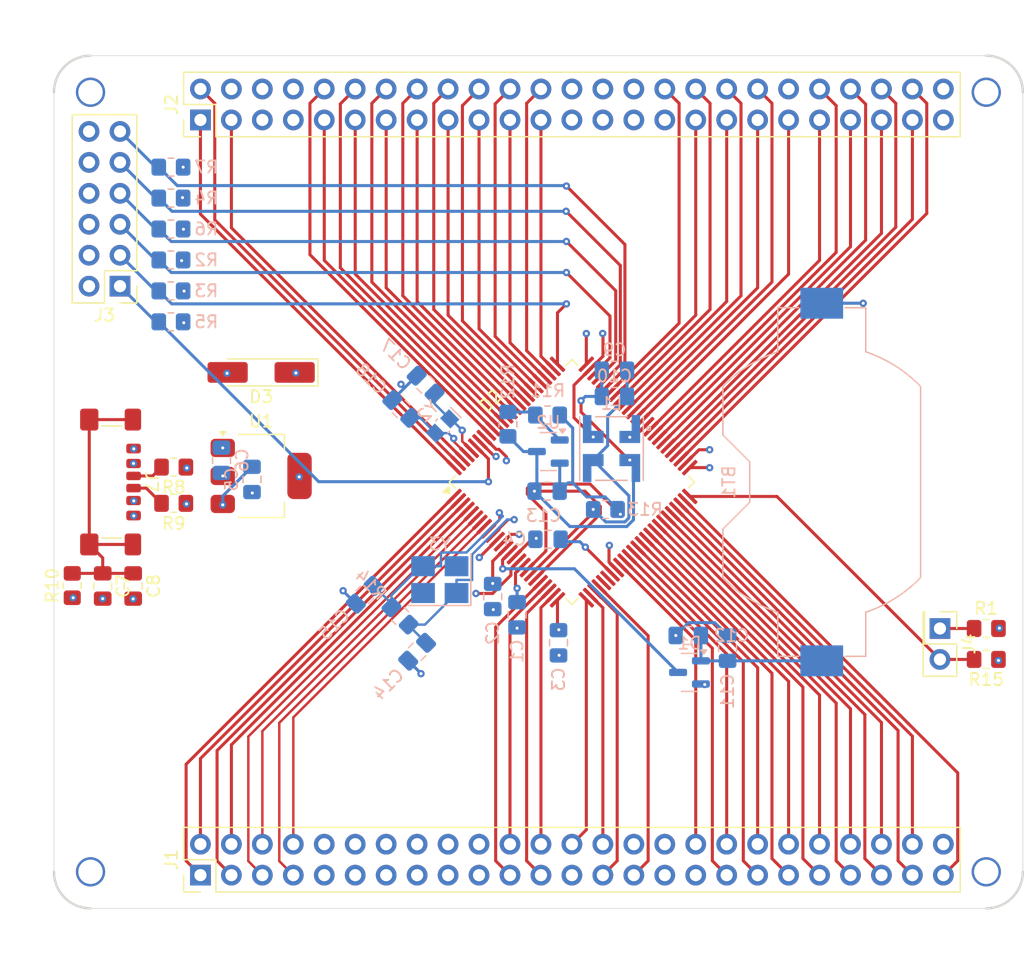
<source format=kicad_pcb>
(kicad_pcb (version 20241229) (generator "pcbnew") (generator_version "9.0")
  (layers (0 "F.Cu" signal) (4 "In1.Cu" signal) (6 "In2.Cu" signal) (2 "B.Cu" signal) (13 "F.Paste" user) (15 "B.Paste" user) (5 "F.SilkS" user "F.Silkscreen") (7 "B.SilkS" user "B.Silkscreen") (1 "F.Mask" user) (3 "B.Mask" user) (25 "Edge.Cuts" user))
  (net 0 "")
  (net 1 "GND")
  (net 2 "V_BAT")
  (net 3 "Net-(D2-VCORE_CAP)")
  (net 4 "Net-(D2-VAON_CAP)")
  (net 5 "Net-(D2-SDADC_CAP)")
  (net 6 "Net-(D2-VBAT_CAP)")
  (net 7 "5V")
  (net 8 "+3V3")
  (net 9 "Net-(J7-SHIELD)")
  (net 10 "GND(A)")
  (net 11 "+3V3(A)")
  (net 12 "AREF")
  (net 13 "/OSC_N")
  (net 14 "/OSC_P")
  (net 15 "/RTC_N")
  (net 16 "/RTC_P")
  (net 17 "Net-(D2-V_BAT)")
  (net 18 "/USB_D-")
  (net 19 "/AT_IN1")
  (net 20 "/PB15")
  (net 21 "/PA0")
  (net 22 "/PC11")
  (net 23 "/PC7")
  (net 24 "/PC4")
  (net 25 "/TMS")
  (net 26 "/PA6")
  (net 27 "/PA12")
  (net 28 "/WAKEUP2")
  (net 29 "/ADC_CH1")
  (net 30 "/PB9")
  (net 31 "/PB4")
  (net 32 "/PA4")
  (net 33 "/TCK")
  (net 34 "/WAKEUP1")
  (net 35 "/AT_IN0")
  (net 36 "/CMP_INN0")
  (net 37 "/PA3")
  (net 38 "/PB12")
  (net 39 "/PC10")
  (net 40 "/TDO")
  (net 41 "/PB3")
  (net 42 "/PB5")
  (net 43 "/ADC_CH0")
  (net 44 "/USB_D+")
  (net 45 "/PA2")
  (net 46 "/PC12")
  (net 47 "/PA13")
  (net 48 "/AT_OUT")
  (net 49 "/RST")
  (net 50 "/PB7")
  (net 51 "/PB8")
  (net 52 "/PA10")
  (net 53 "/PB13")
  (net 54 "/PC14")
  (net 55 "/PA5")
  (net 56 "/PC5")
  (net 57 "/PA15")
  (net 58 "/PA14")
  (net 59 "/ADC_CH2")
  (net 60 "/ADC_CH3")
  (net 61 "/TDI")
  (net 62 "/PC0")
  (net 63 "/PB10")
  (net 64 "/ADC_CH4")
  (net 65 "/PB0")
  (net 66 "/PC9")
  (net 67 "/PB6")
  (net 68 "/PB2")
  (net 69 "/CMP_INP0")
  (net 70 "/PA11")
  (net 71 "/PB14")
  (net 72 "/PA9")
  (net 73 "/AT_IN2")
  (net 74 "/PA1")
  (net 75 "/PC8")
  (net 76 "/ADC_CH5")
  (net 77 "/PC13")
  (net 78 "/ADC_CH7")
  (net 79 "/PC1")
  (net 80 "/CMP_INN1")
  (net 81 "/ADC_CH6")
  (net 82 "/CMP_INP1")
  (net 83 "/PA7")
  (net 84 "/PC2")
  (net 85 "/PB1")
  (net 86 "/WAKEUP0")
  (net 87 "/PA8")
  (net 88 "/TRST")
  (net 89 "/PB11")
  (net 90 "/PC6")
  (net 91 "/PC3")
  (net 92 "/PC15")
  (net 93 "Net-(J7-CC2)")
  (net 95 "Net-(J7-CC1)")
  (net 96 "Net-(J4-Pin_1)")
  (net 97 "Net-(U2-REF)")
  (net 104 "/SERVEN")
  (footprint "Package_QFP:LQFP-100_14x14mm_P0.5mm" (layer "F.Cu") (at 42.5 0 45)
    (property "Reference" "D2")
    (property "Value" "k1921vg015")
  )
  (footprint "Connector_PinHeader_2.54mm:PinHeader_2x06_P2.54mm_Vertical" (layer "F.Cu") (at 5.42 -16.08 180)
    (property "Reference" "J3")
    (property "Value" "Conn_02x06_Odd_Even")
  )
  (footprint "Capacitor_SMD:C_0805_2012Metric_Pad1.18x1.45mm_HandSolder" (layer "F.Cu") (at 4 8.5375 -90)
    (property "Reference" "C7")
    (property "Value" "0.1u")
  )
  (footprint "Resistor_SMD:R_0805_2012Metric_Pad1.20x1.40mm_HandSolder" (layer "F.Cu") (at 9.825 1.75 180)
    (property "Reference" "R9")
    (property "Value" "5.1k")
  )
  (footprint "Resistor_SMD:R_0805_2012Metric_Pad1.20x1.40mm_HandSolder" (layer "F.Cu") (at 76.5 14.565 180)
    (property "Reference" "R15")
    (property "Value" "2k")
  )
  (footprint "Resistor_SMD:R_0805_2012Metric_Pad1.20x1.40mm_HandSolder" (layer "F.Cu") (at 9.825 -1.225 180)
    (property "Reference" "R8")
    (property "Value" "5.1k")
  )
  (footprint "Resistor_SMD:R_0805_2012Metric_Pad1.20x1.40mm_HandSolder" (layer "F.Cu") (at 76.5 12.025)
    (property "Reference" "R1")
    (property "Value" "10k")
  )
  (footprint "Connector_PinHeader_2.54mm:PinHeader_2x25_P2.54mm_Vertical" (layer "F.Cu") (at 12.02 -29.725 90)
    (property "Reference" "J2")
    (property "Value" "Conn_02x25_Odd_Even")
  )
  (footprint "Connector_PinHeader_2.54mm:PinHeader_2x01_P2.54mm_Vertical" (layer "F.Cu") (at 72.7 12.025 -90)
    (property "Reference" "J4")
    (property "Value" "Conn_02x01")
  )
  (footprint "Capacitor_SMD:C_0805_2012Metric_Pad1.18x1.45mm_HandSolder" (layer "F.Cu") (at 6.5 8.5375 -90)
    (property "Reference" "C8")
    (property "Value" "0.001u")
  )
  (footprint "Connector_USB:USB_C_Receptacle_GCT_USB4135-GF-A_6P_TopMnt_Horizontal" (layer "F.Cu") (at 3.5 0 -90)
    (property "Reference" "J7")
    (property "Value" "USB_C_Receptacle_USB2.0_16P")
  )
  (footprint "Diode_SMD:D_MiniMELF_Handsoldering" (layer "F.Cu") (at 17 -9 180)
    (property "Reference" "D3")
    (property "Value" "BZV55C3V6")
  )
  (footprint "Package_TO_SOT_SMD:SOT-223-3_TabPin2" (layer "F.Cu") (at 17 -0.5)
    (property "Reference" "U1")
    (property "Value" "AMS1117-3.3")
  )
  (footprint "Resistor_SMD:R_0805_2012Metric_Pad1.20x1.40mm_HandSolder" (layer "F.Cu") (at 1.5 8.5 90)
    (property "Reference" "R10")
    (property "Value" "1M")
  )
  (footprint "Connector_PinHeader_2.54mm:PinHeader_2x25_P2.54mm_Vertical" (layer "F.Cu") (at 12.02 32.275 90)
    (property "Reference" "J1")
    (property "Value" "Conn_02x25_Odd_Even")
  )
  (footprint "Capacitor_SMD:C_0805_2012Metric_Pad1.18x1.45mm_HandSolder" (layer "B.Cu") (at 40.5375 4.7)
    (property "Reference" "C4")
    (property "Value" "22u")
  )
  (footprint "Capacitor_SMD:C_0805_2012Metric_Pad1.18x1.45mm_HandSolder" (layer "B.Cu") (at 36 9.4 -90)
    (property "Reference" "C2")
    (property "Value" "22u")
  )
  (footprint "Capacitor_SMD:C_0805_2012Metric_Pad1.18x1.45mm_HandSolder" (layer "B.Cu") (at 45.9925 -7.025 180)
    (property "Reference" "C10")
    (property "Value" "10u")
  )
  (footprint "Capacitor_SMD:C_0805_2012Metric_Pad1.18x1.45mm_HandSolder" (layer "B.Cu") (at 29.8 13.9336 -135)
    (property "Reference" "C14")
    (property "Value" "8p")
  )
  (footprint "Capacitor_SMD:C_0805_2012Metric_Pad1.18x1.45mm_HandSolder" (layer "B.Cu") (at 13.75 -1.7875 90)
    (property "Reference" "C6")
    (property "Value" "10u")
  )
  (footprint "Capacitor_SMD:C_0805_2012Metric_Pad1.18x1.45mm_HandSolder" (layer "B.Cu") (at 38 10.9 -90)
    (property "Reference" "C1")
    (property "Value" "22u")
  )
  (footprint "Capacitor_SMD:C_0805_2012Metric_Pad1.18x1.45mm_HandSolder" (layer "B.Cu") (at 41.4 13.2 -90)
    (property "Reference" "C3")
    (property "Value" "22u")
  )
  (footprint "Capacitor_SMD:C_0805_2012Metric_Pad1.18x1.45mm_HandSolder" (layer "B.Cu") (at 30.5 -8 135)
    (property "Reference" "C17")
    (property "Value" "12p")
  )
  (footprint "Resistor_SMD:R_0805_2012Metric_Pad1.20x1.40mm_HandSolder" (layer "B.Cu") (at 9.6 -25.85 180)
    (property "Reference" "R7")
    (property "Value" "10k")
  )
  (footprint "Crystal:Crystal_SMD_MicroCrystal_CM9V-T1A-2Pin_1.6x1.0mm_HandSoldering" (layer "B.Cu") (at 31.891 -4.5986 -135)
    (property "Reference" "Y2")
    (property "Value" "Crystal")
  )
  (footprint "Capacitor_SMD:C_0805_2012Metric_Pad1.18x1.45mm_HandSolder" (layer "B.Cu") (at 28.5 -6 135)
    (property "Reference" "C18")
    (property "Value" "12p")
  )
  (footprint "Resistor_SMD:R_0805_2012Metric_Pad1.20x1.40mm_HandSolder" (layer "B.Cu") (at 9.6 -18.23 180)
    (property "Reference" "R2")
    (property "Value" "10k")
  )
  (footprint "Resistor_SMD:R_0805_2012Metric_Pad1.20x1.40mm_HandSolder" (layer "B.Cu") (at 9.6 -20.77 180)
    (property "Reference" "R6")
    (property "Value" "10k")
  )
  (footprint "Capacitor_SMD:C_0805_2012Metric_Pad1.18x1.45mm_HandSolder" (layer "B.Cu") (at 25.5 9.25 -135)
    (property "Reference" "C15")
    (property "Value" "8p")
  )
  (footprint "Battery:BatteryHolder_Keystone_1058_1x2032" (layer "B.Cu") (at 63 0 90)
    (property "Reference" "BT1")
    (property "Value" "Battery_Cell")
  )
  (footprint "Resistor_SMD:R_0805_2012Metric_Pad1.20x1.40mm_HandSolder" (layer "B.Cu") (at 37.25 -4.75 90)
    (property "Reference" "R12")
    (property "Value" "10k")
  )
  (footprint "Oscillator:Oscillator_SMD_Abracon_ASE-4Pin_3.2x2.5mm_HandSoldering" (layer "B.Cu") (at 31.6587 8.0128 180)
    (property "Reference" "Y3")
    (property "Value" "Crystal")
  )
  (footprint "Resistor_SMD:R_0805_2012Metric_Pad1.20x1.40mm_HandSolder" (layer "B.Cu") (at 9.6 -15.69 180)
    (property "Reference" "R3")
    (property "Value" "10k")
  )
  (footprint "Resistor_SMD:R_0805_2012Metric_Pad1.20x1.40mm_HandSolder" (layer "B.Cu") (at 9.6 -13.15 180)
    (property "Reference" "R5")
    (property "Value" "10k")
  )
  (footprint "Capacitor_SMD:C_0805_2012Metric_Pad1.18x1.45mm_HandSolder" (layer "B.Cu") (at 16.25 -0.2125 -90)
    (property "Reference" "C5")
    (property "Value" "10u")
  )
  (footprint "Inductor_SMD:L_CommonModeChoke_Murata_DLW5BTMxxxSQ2x_5x5mm" (layer "B.Cu") (at 45.75 -2.75 180)
    (property "Reference" "L1")
    (property "Value" "L_Coupled_1342")
  )
  (footprint "Resistor_SMD:R_0805_2012Metric_Pad1.20x1.40mm_HandSolder" (layer "B.Cu") (at 45.25 2.25 180)
    (property "Reference" "R13")
    (property "Value" "270")
  )
  (footprint "Package_TO_SOT_SMD:SOT-23" (layer "B.Cu") (at 40.5625 -2.5 180)
    (property "Reference" "U2")
    (property "Value" "TL432DBZ")
  )
  (footprint "Resistor_SMD:R_0805_2012Metric_Pad1.20x1.40mm_HandSolder" (layer "B.Cu") (at 40.5 -5.5)
    (property "Reference" "R11")
    (property "Value" "2k")
  )
  (footprint "Capacitor_SMD:C_0805_2012Metric_Pad1.18x1.45mm_HandSolder" (layer "B.Cu") (at 55.275 13.6425 90)
    (property "Reference" "C11")
    (property "Value" "0.1u")
  )
  (footprint "Capacitor_SMD:C_0805_2012Metric_Pad1.18x1.45mm_HandSolder" (layer "B.Cu") (at 45.9925 -9.175 180)
    (property "Reference" "C9")
    (property "Value" "0.1u")
  )
  (footprint "Capacitor_SMD:C_0805_2012Metric_Pad1.18x1.45mm_HandSolder" (layer "B.Cu") (at 40.4625 0.75 180)
    (property "Reference" "C13")
    (property "Value" "22u")
  )
  (footprint "Package_TO_SOT_SMD:SOT-23" (layer "B.Cu") (at 52.15 15.63 180)
    (property "Reference" "D1")
    (property "Value" "BAT54C")
  )
  (footprint "Resistor_SMD:R_0805_2012Metric_Pad1.20x1.40mm_HandSolder" (layer "B.Cu") (at 28.4 11 -45)
    (property "Reference" "R14")
    (property "Value" "1M")
  )
  (footprint "Capacitor_SMD:C_0805_2012Metric_Pad1.18x1.45mm_HandSolder" (layer "B.Cu") (at 52.05 12.6 180)
    (property "Reference" "C12")
    (property "Value" "10u")
  )
  (footprint "Resistor_SMD:R_0805_2012Metric_Pad1.20x1.40mm_HandSolder" (layer "B.Cu") (at 9.6 -23.31 180)
    (property "Reference" "R4")
    (property "Value" "10k")
  )
  (gr_line (start 3 35) (end 76.5 35) (stroke (width 0.05)) (layer "Edge.Cuts"))
  (gr_line (start 3 -35) (end 76.499999 -34.999998) (stroke (width 0.05)) (layer "Edge.Cuts"))
  (gr_arc (start 79.5 32) (mid 78.621321 34.121321) (end 76.5 35) (stroke (width 0.2)) (layer "Edge.Cuts"))
  (gr_arc (start 3 35) (mid 0.878679 34.121321) (end 0 32) (stroke (width 0.2)) (layer "Edge.Cuts"))
  (gr_arc (start 76.499999 -34.999999) (mid 78.62132 -34.12132) (end 79.499999 -31.999999) (stroke (width 0.2)) (layer "Edge.Cuts"))
  (gr_line (start 0.000001 -32) (end 0 32) (stroke (width 0.05)) (layer "Edge.Cuts"))
  (gr_arc (start 0 -32) (mid 0.878679 -34.121321) (end 3 -35) (stroke (width 0.2)) (layer "Edge.Cuts"))
  (gr_line (start 79.5 -32) (end 79.5 32) (stroke (width 0.05)) (layer "Edge.Cuts"))
  (segment (start 36.365849 4.734151) (end 34.9 6.2) (width 0.25) (layer "F.Cu") (net 1))
  (segment (start 6.5325 2.75) (end 6.5325 2.7575) (width 0.25) (layer "F.Cu") (net 1))
  (segment (start 44.037957 -9.316132) (end 42.669 -7.947175) (width 0.25) (layer "F.Cu") (net 1))
  (segment (start 45.05 -11.6) (end 45.05 -12.175) (width 0.25) (layer "F.Cu") (net 1))
  (segment (start 44.037957 -9.316132) (end 45.05 -10.328175) (width 0.25) (layer "F.Cu") (net 1))
  (segment (start 10.825 -1.225) (end 10.9 -1.15) (width 0.25) (layer "F.Cu") (net 1))
  (segment (start 6.5325 2.7575) (end 6.55 2.775) (width 0.25) (layer "F.Cu") (net 1))
  (segment (start 45.05 -10.328175) (end 45.05 -11.6) (width 0.25) (layer "F.Cu") (net 1))
  (segment (start 6.5325 -2.7425) (end 6.55 -2.725) (width 0.25) (layer "F.Cu") (net 1))
  (segment (start 51.816132 -1.537957) (end 52.928175 -2.65) (width 0.25) (layer "F.Cu") (net 1))
  (segment (start 34.951635 -3.305724) (end 36.157359 -2.1) (width 0.25) (layer "F.Cu") (net 1))
  (segment (start 42.669 -7.947175) (end 42.669 -5.281) (width 0.25) (layer "F.Cu") (net 1))
  (segment (start 6.5325 -2.75) (end 6.5325 -2.7425) (width 0.25) (layer "F.Cu") (net 1))
  (segment (start 14.25 -9) (end 14.25 -8.975) (width 0.25) (layer "F.Cu") (net 1))
  (segment (start 36.157359 -2.1) (end 36.275 -2.1) (width 0.25) (layer "F.Cu") (net 1))
  (segment (start 14.25 -8.975) (end 14.2 -8.925) (width 0.25) (layer "F.Cu") (net 1))
  (segment (start 52.928175 -2.65) (end 53.8 -2.65) (width 0.25) (layer "F.Cu") (net 1))
  (segment (start 43.603679 5.346321) (end 45.805724 7.548365) (width 0.25) (layer "F.Cu") (net 1))
  (segment (start 77.5 14.565) (end 77.5 14.65) (width 0.25) (layer "F.Cu") (net 1))
  (segment (start 36.365849 4.719938) (end 36.365849 4.734151) (width 0.25) (layer "F.Cu") (net 1))
  (segment (start 45.05 -11.6) (end 45.05 -11.675) (width 0.25) (layer "F.Cu") (net 1))
  (segment (start 10.825 1.75) (end 10.875 1.8) (width 0.25) (layer "F.Cu") (net 1))
  (segment (start 45.05 -12.175) (end 45.025 -12.2) (width 0.25) (layer "F.Cu") (net 1))
  (segment (start 42.669 -5.281) (end 44.25 -3.7) (width 0.25) (layer "F.Cu") (net 1))
  (via (at 34.9 6.2) (size 0.6) (drill 0.25) (layers "F.Cu" "B.Cu") (net 1))
  (via (at 14.2 -8.925) (size 0.6) (drill 0.25) (layers "F.Cu" "B.Cu") (net 1))
  (via (at 76.5 -32) (size 2.4) (drill 2) (layers "F.Cu" "B.Cu") (net 1))
  (via (at 77.5 14.65) (size 0.6) (drill 0.25) (layers "F.Cu" "B.Cu") (net 1))
  (via (at 10.875 1.8) (size 0.6) (drill 0.25) (layers "F.Cu" "B.Cu") (net 1))
  (via (at 6.55 2.775) (size 0.6) (drill 0.25) (layers "F.Cu" "B.Cu") (net 1))
  (via (at 43.603679 5.346321) (size 0.6) (drill 0.25) (layers "F.Cu" "B.Cu") (net 1))
  (via (at 28.475 -8.025) (size 0.6) (drill 0.25) (layers "F.Cu" "B.Cu") (net 1))
  (via (at 23.725 8.925) (size 0.6) (drill 0.25) (layers "F.Cu" "B.Cu") (net 1))
  (via (at 6.5 9.6) (size 0.6) (drill 0.25) (layers "F.Cu" "B.Cu") (net 1))
  (via (at 36.275 -2.1) (size 0.6) (drill 0.25) (layers "F.Cu" "B.Cu") (net 1))
  (via (at 4 9.575) (size 0.6) (drill 0.25) (layers "F.Cu" "B.Cu") (net 1))
  (via (at 10.675 -15.675) (size 0.6) (drill 0.25) (layers "F.Cu" "B.Cu") (net 1))
  (via (at 10.9 -1.15) (size 0.6) (drill 0.25) (layers "F.Cu" "B.Cu") (net 1))
  (via (at 6.55 -2.725) (size 0.6) (drill 0.25) (layers "F.Cu" "B.Cu") (net 1))
  (via (at 30.116377 15.733623) (size 0.6) (drill 0.25) (layers "F.Cu" "B.Cu") (net 1))
  (via (at 41.45 14.225) (size 0.6) (drill 0.25) (layers "F.Cu" "B.Cu") (net 1))
  (via (at 3 32) (size 2.4) (drill 2) (layers "F.Cu" "B.Cu") (net 1))
  (via (at 45.025 -12.2) (size 0.6) (drill 0.25) (layers "F.Cu" "B.Cu") (net 1))
  (via (at 44.25 -3.7) (size 0.6) (drill 0.25) (layers "F.Cu" "B.Cu") (net 1))
  (via (at 36.05 10.475) (size 0.6) (drill 0.25) (layers "F.Cu" "B.Cu") (net 1))
  (via (at 10.475 -18.175) (size 0.6) (drill 0.25) (layers "F.Cu" "B.Cu") (net 1))
  (via (at 1.575 9.5) (size 0.6) (drill 0.25) (layers "F.Cu" "B.Cu") (net 1))
  (via (at 51.025 12.6) (size 0.6) (drill 0.25) (layers "F.Cu" "B.Cu") (net 1))
  (via (at 3 -32) (size 2.4) (drill 2) (layers "F.Cu" "B.Cu") (net 1))
  (via (at 66.4 -14.675) (size 0.6) (drill 0.25) (layers "F.Cu" "B.Cu") (net 1))
  (via (at 16.275 0.9) (size 0.6) (drill 0.25) (layers "F.Cu" "B.Cu") (net 1))
  (via (at 76.5 32) (size 2.4) (drill 2) (layers "F.Cu" "B.Cu") (net 1))
  (via (at 13.85 -2.8) (size 0.6) (drill 0.25) (layers "F.Cu" "B.Cu") (net 1))
  (via (at 53.8 -2.65) (size 0.6) (drill 0.25) (layers "F.Cu" "B.Cu") (net 1))
  (via (at 38 12) (size 0.6) (drill 0.25) (layers "F.Cu" "B.Cu") (net 1))
  (segment (start 41.4375 14.2375) (end 41.45 14.225) (width 0.25) (layer "B.Cu") (net 1))
  (segment (start 36.0125 10.4375) (end 36.05 10.475) (width 0.25) (layer "B.Cu") (net 1))
  (segment (start 6.5 9.575) (end 6.5 9.6) (width 0.25) (layer "B.Cu") (net 1))
  (segment (start 38 12) (end 38.05 12.05) (width 0.25) (layer "B.Cu") (net 1))
  (segment (start 43.157358 4.9) (end 41.65 4.9) (width 0.25) (layer "B.Cu") (net 1))
  (segment (start 10.6 -18.23) (end 10.53 -18.23) (width 0.25) (layer "B.Cu") (net 1))
  (segment (start 4 9.55) (end 4 9.575) (width 0.25) (layer "B.Cu") (net 1))
  (segment (start 51.0125 12.6) (end 51.025 12.6) (width 0.25) (layer "B.Cu") (net 1))
  (segment (start 41.55 4.8) (end 41.575 4.775) (width 0.25) (layer "B.Cu") (net 1))
  (segment (start 36 10.4375) (end 36.0125 10.4375) (width 0.25) (layer "B.Cu") (net 1))
  (segment (start 29.075 14.675) (end 30.116377 15.716377) (width 0.25) (layer "B.Cu") (net 1))
  (segment (start 43.603679 5.346321) (end 43.157358 4.9) (width 0.25) (layer "B.Cu") (net 1))
  (segment (start 63 -14.68) (end 66.395 -14.68) (width 0.25) (layer "B.Cu") (net 1))
  (segment (start 54.219 11.549) (end 52.076 11.549) (width 0.25) (layer "B.Cu") (net 1))
  (segment (start 41.65 4.9) (end 41.55 4.8) (width 0.25) (layer "B.Cu") (net 1))
  (segment (start 55.275 12.605) (end 54.219 11.549) (width 0.25) (layer "B.Cu") (net 1))
  (segment (start 13.825 -2.825) (end 13.85 -2.8) (width 0.25) (layer "B.Cu") (net 1))
  (segment (start 28.741377 -7.708623) (end 29.766377 -8.733623) (width 0.25) (layer "B.Cu") (net 1))
  (segment (start 1.5 9.5) (end 1.575 9.5) (width 0.25) (layer "B.Cu") (net 1))
  (segment (start 38 11.9375) (end 38 12) (width 0.25) (layer "B.Cu") (net 1))
  (segment (start 28.475 -7.975) (end 28.475 -8.025) (width 0.25) (layer "B.Cu") (net 1))
  (segment (start 28.741377 -7.708623) (end 28.475 -7.975) (width 0.25) (layer "B.Cu") (net 1))
  (segment (start 41.575 4.775) (end 41.575 4.7) (width 0.25) (layer "B.Cu") (net 1))
  (segment (start 10.66 -15.69) (end 10.675 -15.675) (width 0.25) (layer "B.Cu") (net 1))
  (segment (start 16.25 0.875) (end 16.275 0.9) (width 0.25) (layer "B.Cu") (net 1))
  (segment (start 6.5 9.6) (end 6.6 9.7) (width 0.25) (layer "B.Cu") (net 1))
  (segment (start 10.6 -15.69) (end 10.66 -15.69) (width 0.25) (layer "B.Cu") (net 1))
  (segment (start 13.75 -2.825) (end 13.825 -2.825) (width 0.25) (layer "B.Cu") (net 1))
  (segment (start 52.076 11.549) (end 51.025 12.6) (width 0.25) (layer "B.Cu") (net 1))
  (segment (start 41.4 14.2375) (end 41.4375 14.2375) (width 0.25) (layer "B.Cu") (net 1))
  (segment (start 1.6 9.525) (end 1.575 9.5) (width 0.25) (layer "B.Cu") (net 1))
  (segment (start 10.53 -18.23) (end 10.475 -18.175) (width 0.25) (layer "B.Cu") (net 1))
  (segment (start 23.725 8.942246) (end 23.725 8.925) (width 0.25) (layer "B.Cu") (net 1))
  (segment (start 24.766377 9.983623) (end 23.725 8.942246) (width 0.25) (layer "B.Cu") (net 1))
  (segment (start 16.25 0.825) (end 16.25 0.875) (width 0.25) (layer "B.Cu") (net 1))
  (segment (start 27.766377 -6.733623) (end 28.741377 -7.708623) (width 0.25) (layer "B.Cu") (net 1))
  (segment (start 66.395 -14.68) (end 66.4 -14.675) (width 0.25) (layer "B.Cu") (net 1))
  (segment (start 53.0875 14.68) (end 53.0875 12.6) (width 0.25) (layer "B.Cu") (net 2))
  (segment (start 63 14.68) (end 55.275 14.68) (width 0.25) (layer "B.Cu") (net 2))
  (segment (start 55.275 14.68) (end 53.0875 14.68) (width 0.25) (layer "B.Cu") (net 2))
  (segment (start 37.872567 8.597567) (end 37.872567 7.45586) (width 0.25) (layer "F.Cu") (net 3))
  (segment (start 37.872567 7.45586) (end 38.487169 6.841258) (width 0.25) (layer "F.Cu") (net 3))
  (segment (start 38 8.725) (end 37.872567 8.597567) (width 0.25) (layer "F.Cu") (net 3))
  (via (at 38 8.725) (size 0.6) (drill 0.25) (layers "F.Cu" "B.Cu") (net 3))
  (segment (start 38 9.8625) (end 38 8.725) (width 0.25) (layer "B.Cu") (net 3))
  (segment (start 36 6.5) (end 37.072955 5.427045) (width 0.25) (layer "F.Cu") (net 4))
  (segment (start 36 8.325) (end 36 6.5) (width 0.25) (layer "F.Cu") (net 4))
  (via (at 36 8.325) (size 0.6) (drill 0.25) (layers "F.Cu" "B.Cu") (net 4))
  (segment (start 36 8.3625) (end 36 8.325) (width 0.25) (layer "B.Cu") (net 4))
  (segment (start 41.315596 12.015596) (end 41.315596 9.669685) (width 0.25) (layer "F.Cu") (net 5))
  (segment (start 41.425 12.125) (end 41.315596 12.015596) (width 0.25) (layer "F.Cu") (net 5))
  (via (at 41.425 12.125) (size 0.6) (drill 0.25) (layers "F.Cu" "B.Cu") (net 5))
  (segment (start 41.4 12.1625) (end 41.4 12.15) (width 0.25) (layer "B.Cu") (net 5))
  (segment (start 41.4 12.15) (end 41.425 12.125) (width 0.25) (layer "B.Cu") (net 5))
  (segment (start 39.289213 4.625) (end 37.780062 6.134151) (width 0.25) (layer "F.Cu") (net 6))
  (segment (start 39.575 4.625) (end 39.289213 4.625) (width 0.25) (layer "F.Cu") (net 6))
  (via (at 39.575 4.625) (size 0.6) (drill 0.25) (layers "F.Cu" "B.Cu") (net 6))
  (segment (start 39.5 4.7) (end 39.575 4.625) (width 0.25) (layer "B.Cu") (net 6))
  (segment (start 13.85 1.8) (end 13.85 1.875) (width 0.25) (layer "F.Cu") (net 7))
  (segment (start 6.5325 1.5325) (end 6.55 1.55) (width 0.25) (layer "F.Cu") (net 7))
  (segment (start 6.53 -1.52) (end 6.525 -1.525) (width 0.25) (layer "F.Cu") (net 7))
  (segment (start 6.5325 1.52) (end 6.5325 1.5325) (width 0.25) (layer "F.Cu") (net 7))
  (segment (start 6.5325 -1.52) (end 6.53 -1.52) (width 0.25) (layer "F.Cu") (net 7))
  (via (at 6.55 1.55) (size 0.6) (drill 0.25) (layers "F.Cu" "B.Cu") (net 7))
  (via (at 6.525 -1.525) (size 0.6) (drill 0.25) (layers "F.Cu" "B.Cu") (net 7))
  (via (at 13.85 1.875) (size 0.6) (drill 0.25) (layers "F.Cu" "B.Cu") (net 7))
  (segment (start 16.25 -1.25) (end 16.275 -1.25) (width 0.25) (layer "B.Cu") (net 7))
  (segment (start 16.25 -1.25) (end 13.85 1.15) (width 0.25) (layer "B.Cu") (net 7))
  (segment (start 13.85 1.15) (end 13.85 1.875) (width 0.25) (layer "B.Cu") (net 7))
  (segment (start 52.169685 -1.184404) (end 53.790596 -1.184404) (width 0.25) (layer "F.Cu") (net 8))
  (segment (start 37.494567 7.652092) (end 35.996659 9.15) (width 0.25) (layer "F.Cu") (net 8))
  (segment (start 19.8 -9) (end 19.85 -8.95) (width 0.25) (layer "F.Cu") (net 8))
  (segment (start 46.159278 7.194811) (end 45.544676 6.580209) (width 0.25) (layer "F.Cu") (net 8))
  (segment (start 48.634151 -4.719938) (end 47.589213 -3.675) (width 0.25) (layer "F.Cu") (net 8))
  (segment (start 47.589213 -3.675) (end 47.25 -3.675) (width 0.25) (layer "F.Cu") (net 8))
  (segment (start 77.55 12.025) (end 77.575 12) (width 0.25) (layer "F.Cu") (net 8))
  (segment (start 37.125 -2.071659) (end 37.125 -1.75) (width 0.25) (layer "F.Cu") (net 8))
  (segment (start 37.494567 7.126754) (end 37.494567 7.652092) (width 0.25) (layer "F.Cu") (net 8))
  (segment (start 20.15 -0.45) (end 20.125 -0.425) (width 0.25) (layer "F.Cu") (net 8))
  (segment (start 37.492893 4.3) (end 38.175 4.3) (width 0.25) (layer "F.Cu") (net 8))
  (segment (start 19.75 -9) (end 19.8 -9) (width 0.25) (layer "F.Cu") (net 8))
  (segment (start 36.515659 -2.681) (end 37.125 -2.071659) (width 0.25) (layer "F.Cu") (net 8))
  (segment (start 36.719402 5.073491) (end 37.492893 4.3) (width 0.25) (layer "F.Cu") (net 8))
  (segment (start 38.133616 6.487705) (end 37.494567 7.126754) (width 0.25) (layer "F.Cu") (net 8))
  (segment (start 35.305189 -3.659278) (end 36.283467 -2.681) (width 0.25) (layer "F.Cu") (net 8))
  (segment (start 20.15 -0.5) (end 20.15 -0.45) (width 0.25) (layer "F.Cu") (net 8))
  (segment (start 36.283467 -2.681) (end 36.515659 -2.681) (width 0.25) (layer "F.Cu") (net 8))
  (segment (start 45.544676 5.230324) (end 45.575 5.2) (width 0.25) (layer "F.Cu") (net 8))
  (segment (start 43.675 -12.2) (end 43.684404 -12.190596) (width 0.25) (layer "F.Cu") (net 8))
  (segment (start 45.544676 6.580209) (end 45.544676 5.230324) (width 0.25) (layer "F.Cu") (net 8))
  (segment (start 35.996659 9.15) (end 34.625 9.15) (width 0.25) (layer "F.Cu") (net 8))
  (segment (start 43.684404 -9.669685) (end 43.684404 -12.190596) (width 0.25) (layer "F.Cu") (net 8))
  (segment (start 77.5 12.025) (end 77.55 12.025) (width 0.25) (layer "F.Cu") (net 8))
  (segment (start 53.790596 -1.184404) (end 53.8 -1.175) (width 0.25) (layer "F.Cu") (net 8))
  (via (at 10.6 -25.85) (size 0.6) (drill 0.25) (layers "F.Cu" "B.Cu") (net 8))
  (via (at 53.4 16.625) (size 0.6) (drill 0.25) (layers "F.Cu" "B.Cu") (net 8))
  (via (at 13.85 -0.5) (size 0.6) (drill 0.25) (layers "F.Cu" "B.Cu") (net 8))
  (via (at 10.55 -23.35) (size 0.6) (drill 0.25) (layers "F.Cu" "B.Cu") (net 8))
  (via (at 19.85 -8.95) (size 0.6) (drill 0.25) (layers "F.Cu" "B.Cu") (net 8))
  (via (at 53.8 -1.175) (size 0.6) (drill 0.25) (layers "F.Cu" "B.Cu") (net 8))
  (via (at 10.625 -20.75) (size 0.6) (drill 0.25) (layers "F.Cu" "B.Cu") (net 8))
  (via (at 43.684404 -12.190596) (size 0.6) (drill 0.25) (layers "F.Cu" "B.Cu") (net 8))
  (via (at 45.575 5.2) (size 0.6) (drill 0.25) (layers "F.Cu" "B.Cu") (net 8))
  (via (at 20.125 -0.425) (size 0.6) (drill 0.25) (layers "F.Cu" "B.Cu") (net 8))
  (via (at 10.65 -13.075) (size 0.6) (drill 0.25) (layers "F.Cu" "B.Cu") (net 8))
  (via (at 34.625 9.15) (size 0.6) (drill 0.25) (layers "F.Cu" "B.Cu") (net 8))
  (via (at 47.25 -3.675) (size 0.6) (drill 0.25) (layers "F.Cu" "B.Cu") (net 8))
  (via (at 37.125 -1.75) (size 0.6) (drill 0.25) (layers "F.Cu" "B.Cu") (net 8))
  (via (at 77.575 12) (size 0.6) (drill 0.25) (layers "F.Cu" "B.Cu") (net 8))
  (via (at 38.175 4.3) (size 0.6) (drill 0.25) (layers "F.Cu" "B.Cu") (net 8))
  (segment (start 10.59 -23.31) (end 10.55 -23.35) (width 0.25) (layer "B.Cu") (net 8))
  (segment (start 10.6 -25.85) (end 10.725 -25.85) (width 0.25) (layer "B.Cu") (net 8))
  (segment (start 53.355 16.58) (end 53.4 16.625) (width 0.25) (layer "B.Cu") (net 8))
  (segment (start 10.6 -20.77) (end 10.605 -20.77) (width 0.25) (layer "B.Cu") (net 8))
  (segment (start 10.6 -13.15) (end 10.6 -13.125) (width 0.25) (layer "B.Cu") (net 8))
  (segment (start 10.6 -13.125) (end 10.65 -13.075) (width 0.25) (layer "B.Cu") (net 8))
  (segment (start 47.25 -3.7) (end 47.25 -3.675) (width 0.25) (layer "B.Cu") (net 8))
  (segment (start 10.6 -23.31) (end 10.59 -23.31) (width 0.25) (layer "B.Cu") (net 8))
  (segment (start 53.0875 16.58) (end 53.355 16.58) (width 0.25) (layer "B.Cu") (net 8))
  (segment (start 10.605 -20.77) (end 10.625 -20.75) (width 0.25) (layer "B.Cu") (net 8))
  (segment (start 4 7.5) (end 4 6.2275) (width 0.25) (layer "F.Cu") (net 9))
  (segment (start 6.5 7.5) (end 4 7.5) (width 0.25) (layer "F.Cu") (net 9))
  (segment (start 6.4775 -5.125) (end 2.8975 -5.125) (width 0.25) (layer "F.Cu") (net 9))
  (segment (start 4 6.2275) (end 2.8975 5.125) (width 0.25) (layer "F.Cu") (net 9))
  (segment (start 1.5 7.5) (end 4 7.5) (width 0.25) (layer "F.Cu") (net 9))
  (segment (start 2.8975 5.125) (end 6.4775 5.125) (width 0.25) (layer "F.Cu") (net 9))
  (segment (start 2.8975 -5.125) (end 2.8975 5.125) (width 0.25) (layer "F.Cu") (net 9))
  (segment (start 44.831 2.009341) (end 44.831 2.618747) (width 0.25) (layer "F.Cu") (net 10))
  (segment (start 47.25 -1.75) (end 47.25 -1.8) (width 0.25) (layer "F.Cu") (net 10))
  (segment (start 39.425 0.75) (end 43.571659 0.75) (width 0.25) (layer "F.Cu") (net 10))
  (segment (start 43.25 -6.675) (end 43.25 -5.75) (width 0.25) (layer "F.Cu") (net 10))
  (segment (start 44.831 2.618747) (end 39.547829 7.901918) (width 0.25) (layer "F.Cu") (net 10))
  (segment (start 43.25 -5.75) (end 47.25 -1.75) (width 0.25) (layer "F.Cu") (net 10))
  (segment (start 43.571659 0.75) (end 44.831 2.009341) (width 0.25) (layer "F.Cu") (net 10))
  (via (at 43.25 -6.675) (size 0.6) (drill 0.25) (layers "F.Cu" "B.Cu") (net 10))
  (via (at 47.25 -1.8) (size 0.6) (drill 0.25) (layers "F.Cu" "B.Cu") (net 10))
  (via (at 39.425 0.75) (size 0.6) (drill 0.25) (layers "F.Cu" "B.Cu") (net 10))
  (segment (start 47.554 -1.496) (end 47.554 3.102087) (width 0.25) (layer "B.Cu") (net 10))
  (segment (start 37.275 -3.75) (end 38.525 -2.5) (width 0.25) (layer "B.Cu") (net 10))
  (segment (start 44.955 -7.025) (end 43.6 -7.025) (width 0.25) (layer "B.Cu") (net 10))
  (segment (start 39.625 -2.5) (end 39.625 0.55) (width 0.25) (layer "B.Cu") (net 10))
  (segment (start 44.955 -9.175) (end 44.955 -7.025) (width 0.25) (layer "B.Cu") (net 10))
  (segment (start 43.6 -7.025) (end 43.25 -6.675) (width 0.25) (layer "B.Cu") (net 10))
  (segment (start 38.525 -2.5) (end 39.625 -2.5) (width 0.25) (layer "B.Cu") (net 10))
  (segment (start 47.554 3.102087) (end 47.002086 3.654) (width 0.25) (layer "B.Cu") (net 10))
  (segment (start 37.25 -3.75) (end 37.275 -3.75) (width 0.25) (layer "B.Cu") (net 10))
  (segment (start 47.002086 3.654) (end 42.329 3.654) (width 0.25) (layer "B.Cu") (net 10))
  (segment (start 47.25 -1.8) (end 47.554 -1.496) (width 0.25) (layer "B.Cu") (net 10))
  (segment (start 42.329 3.654) (end 39.425 0.75) (width 0.25) (layer "B.Cu") (net 10))
  (segment (start 39.625 0.55) (end 39.425 0.75) (width 0.25) (layer "B.Cu") (net 10))
  (segment (start 44.25 2.25) (end 44.25 2.492641) (width 0.25) (layer "F.Cu") (net 11))
  (segment (start 44.25 2.492641) (end 39.194276 7.548365) (width 0.25) (layer "F.Cu") (net 11))
  (via (at 44.25 2.25) (size 0.6) (drill 0.25) (layers "F.Cu" "B.Cu") (net 11))
  (segment (start 46.845514 3.276) (end 47.176 2.945514) (width 0.25) (layer "B.Cu") (net 11))
  (segment (start 47.03 -7.025) (end 45.431 -5.426) (width 0.25) (layer "B.Cu") (net 11))
  (segment (start 44.25 2.25) (end 45.276 3.276) (width 0.25) (layer "B.Cu") (net 11))
  (segment (start 47.03 -7.025) (end 47.03 -9.175) (width 0.25) (layer "B.Cu") (net 11))
  (segment (start 45.276 3.276) (end 46.845514 3.276) (width 0.25) (layer "B.Cu") (net 11))
  (segment (start 45.431 -5.426) (end 45.431 -2.981) (width 0.25) (layer "B.Cu") (net 11))
  (segment (start 45.431 -2.981) (end 44.25 -1.8) (width 0.25) (layer "B.Cu") (net 11))
  (segment (start 47.176 2.945514) (end 47.176 1.126) (width 0.25) (layer "B.Cu") (net 11))
  (segment (start 47.176 1.126) (end 44.25 -1.8) (width 0.25) (layer "B.Cu") (net 11))
  (segment (start 38.844 0.509341) (end 38.844 0.990659) (width 0.25) (layer "F.Cu") (net 12))
  (segment (start 38.844 0.990659) (end 40.368205 2.514864) (width 0.25) (layer "F.Cu") (net 12))
  (segment (start 40.368205 5.667328) (end 38.840722 7.194811) (width 0.25) (layer "F.Cu") (net 12))
  (segment (start 40.368205 2.514864) (end 40.368205 5.667328) (width 0.25) (layer "F.Cu") (net 12))
  (segment (start 43.994 0.169) (end 39.184341 0.169) (width 0.25) (layer "F.Cu") (net 12))
  (segment (start 39.184341 0.169) (end 38.844 0.509341) (width 0.25) (layer "F.Cu") (net 12))
  (segment (start 46.475 2.65) (end 43.994 0.169) (width 0.25) (layer "F.Cu") (net 12))
  (via (at 46.475 2.65) (size 0.6) (drill 0.25) (layers "F.Cu" "B.Cu") (net 12))
  (segment (start 42.5635 0.0635) (end 43.724 1.224) (width 0.25) (layer "B.Cu") (net 12))
  (segment (start 42.5635 -4.4365) (end 42.5635 0.0635) (width 0.25) (layer "B.Cu") (net 12))
  (segment (start 45.224 1.224) (end 46.25 2.25) (width 0.25) (layer "B.Cu") (net 12))
  (segment (start 46.25 2.25) (end 46.25 2.425) (width 0.25) (layer "B.Cu") (net 12))
  (segment (start 43.724 1.224) (end 45.224 1.224) (width 0.25) (layer "B.Cu") (net 12))
  (segment (start 46.25 2.425) (end 46.475 2.65) (width 0.25) (layer "B.Cu") (net 12))
  (segment (start 41.5 0.75) (end 41.5 -1.55) (width 0.25) (layer "B.Cu") (net 12))
  (segment (start 41.5 -5.5) (end 42.5635 -4.4365) (width 0.25) (layer "B.Cu") (net 12))
  (segment (start 42.1865 0.0635) (end 42.5635 0.0635) (width 0.25) (layer "B.Cu") (net 12))
  (segment (start 41.5 0.75) (end 42.1865 0.0635) (width 0.25) (layer "B.Cu") (net 12))
  (segment (start 37.288979 3.0897) (end 36.012295 4.366384) (width 0.2) (layer "F.Cu") (net 13))
  (segment (start 37.7603 3.0897) (end 37.288979 3.0897) (width 0.2) (layer "F.Cu") (net 13))
  (via (at 37.7603 3.0897) (size 0.6) (drill 0.25) (layers "F.Cu" "B.Cu") (net 13))
  (segment (start 29.107107 11.707107) (end 30.439392 11.707107) (width 0.2) (layer "B.Cu") (net 13))
  (segment (start 30.533623 13.199977) (end 29.107107 11.773461) (width 0.2) (layer "B.Cu") (net 13))
  (segment (start 37.7603 3.0897) (end 37.775 3.075) (width 0.2) (layer "B.Cu") (net 13))
  (segment (start 37.175 3.0897) (end 37.7603 3.0897) (width 0.2) (layer "B.Cu") (net 13))
  (segment (start 34.3097 8.038799) (end 34.3097 5.955) (width 0.2) (layer "B.Cu") (net 13))
  (segment (start 34.3097 5.955) (end 37.175 3.0897) (width 0.2) (layer "B.Cu") (net 13))
  (segment (start 33.0337 8.038799) (end 34.3097 8.038799) (width 0.2) (layer "B.Cu") (net 13))
  (segment (start 29.107107 11.773461) (end 29.107107 11.707107) (width 0.2) (layer "B.Cu") (net 13))
  (segment (start 30.439392 11.707107) (end 33.0337 9.112799) (width 0.2) (layer "B.Cu") (net 13))
  (segment (start 33.0337 9.112799) (end 33.0337 8.038799) (width 0.2) (layer "B.Cu") (net 13))
  (segment (start 36.55 2.525) (end 36.55 3.121573) (width 0.2) (layer "F.Cu") (net 14))
  (segment (start 36.55 3.121573) (end 35.658742 4.012831) (width 0.2) (layer "F.Cu") (net 14))
  (via (at 36.55 2.525) (size 0.6) (drill 0.25) (layers "F.Cu" "B.Cu") (net 14))
  (segment (start 27.692893 9.301608) (end 30.0817 6.912801) (width 0.2) (layer "B.Cu") (net 14))
  (segment (start 36.725 2.9) (end 36.825 2.8) (width 0.2) (layer "B.Cu") (net 14))
  (segment (start 31.7577 5.786799) (end 33.841503 5.786799) (width 0.2) (layer "B.Cu") (net 14))
  (segment (start 36.825 2.8) (end 36.825 2.825) (width 0.2) (layer "B.Cu") (net 14))
  (segment (start 30.0817 6.912801) (end 30.2837 6.912801) (width 0.2) (layer "B.Cu") (net 14))
  (segment (start 26.233623 8.516377) (end 27.692893 9.975647) (width 0.2) (layer "B.Cu") (net 14))
  (segment (start 36.825 2.8) (end 36.55 2.525) (width 0.2) (layer "B.Cu") (net 14))
  (segment (start 33.841503 5.786799) (end 36.725 2.903302) (width 0.2) (layer "B.Cu") (net 14))
  (segment (start 27.692893 10.292893) (end 27.692893 9.301608) (width 0.2) (layer "B.Cu") (net 14))
  (segment (start 30.2837 6.912801) (end 31.7577 6.912801) (width 0.2) (layer "B.Cu") (net 14))
  (segment (start 36.725 2.903302) (end 36.725 2.9) (width 0.2) (layer "B.Cu") (net 14))
  (segment (start 31.7577 6.912801) (end 31.7577 5.786799) (width 0.2) (layer "B.Cu") (net 14))
  (segment (start 27.692893 9.975647) (end 27.692893 10.292893) (width 0.2) (layer "B.Cu") (net 14))
  (segment (start 36.55 2.5) (end 36.55 2.525) (width 0.2) (layer "B.Cu") (net 14))
  (segment (start 33.5 -4.25) (end 33.5 -3.343145) (width 0.2) (layer "F.Cu") (net 15))
  (segment (start 33.5 -3.343145) (end 34.244528 -2.598617) (width 0.2) (layer "F.Cu") (net 15))
  (via (at 33.5 -4.25) (size 0.6) (drill 0.25) (layers "F.Cu" "B.Cu") (net 15))
  (segment (start 31.233623 -6.422703) (end 32.474363 -5.181963) (width 0.2) (layer "B.Cu") (net 15))
  (segment (start 32.568037 -5.181963) (end 33.5 -4.25) (width 0.2) (layer "B.Cu") (net 15))
  (segment (start 31.233623 -7.266377) (end 31.233623 -6.422703) (width 0.2) (layer "B.Cu") (net 15))
  (segment (start 32.474363 -5.181963) (end 32.568037 -5.181963) (width 0.2) (layer "B.Cu") (net 15))
  (segment (start 32.8 -3.336039) (end 33.890975 -2.245064) (width 0.2) (layer "F.Cu") (net 16))
  (segment (start 32.8 -3.575) (end 32.8 -3.336039) (width 0.2) (layer "F.Cu") (net 16))
  (via (at 32.8 -3.575) (size 0.6) (drill 0.25) (layers "F.Cu" "B.Cu") (net 16))
  (segment (start 30.056497 -5.266377) (end 31.307637 -4.015237) (width 0.2) (layer "B.Cu") (net 16))
  (segment (start 29.233623 -5.266377) (end 30.056497 -5.266377) (width 0.2) (layer "B.Cu") (net 16))
  (segment (start 32.359763 -4.015237) (end 32.8 -3.575) (width 0.2) (layer "B.Cu") (net 16))
  (segment (start 31.307637 -4.015237) (end 32.359763 -4.015237) (width 0.2) (layer "B.Cu") (net 16))
  (segment (start 36.825 7.125) (end 36.811907 7.111907) (width 0.25) (layer "F.Cu") (net 17))
  (segment (start 36.811907 7.111907) (end 36.811907 6.3952) (width 0.25) (layer "F.Cu") (net 17))
  (segment (start 36.811907 6.3952) (end 37.426509 5.780598) (width 0.25) (layer "F.Cu") (net 17))
  (via (at 36.825 7.125) (size 0.6) (drill 0.25) (layers "F.Cu" "B.Cu") (net 17))
  (segment (start 42.7075 7.125) (end 36.825 7.125) (width 0.25) (layer "B.Cu") (net 17))
  (segment (start 51.2125 15.63) (end 42.7075 7.125) (width 0.25) (layer "B.Cu") (net 17))
  (segment (start 12.02 22.701825) (end 12.02 29.735) (width 0.25) (layer "F.Cu") (net 19))
  (segment (start 33.183868 1.537957) (end 12.02 22.701825) (width 0.25) (layer "F.Cu") (net 19))
  (segment (start 51.296 -31.089) (end 51.296 -13.038641) (width 0.25) (layer "F.Cu") (net 20))
  (segment (start 50.12 -32.265) (end 51.296 -31.089) (width 0.25) (layer "F.Cu") (net 20))
  (segment (start 51.296 -13.038641) (end 45.805724 -7.548365) (width 0.25) (layer "F.Cu") (net 20))
  (segment (start 39.96 -10.318175) (end 39.96 -29.725) (width 0.25) (layer "F.Cu") (net 21))
  (segment (start 40.962043 -9.316132) (end 39.96 -10.318175) (width 0.25) (layer "F.Cu") (net 21))
  (segment (start 67.9 32.275) (end 66.536 30.911) (width 0.25) (layer "F.Cu") (net 22))
  (segment (start 66.536 19.086253) (end 50.401918 2.952171) (width 0.25) (layer "F.Cu") (net 22))
  (segment (start 66.536 30.911) (end 66.536 19.086253) (width 0.25) (layer "F.Cu") (net 22))
  (segment (start 61.456 30.911) (end 61.456 16.834679) (width 0.25) (layer "F.Cu") (net 23))
  (segment (start 62.82 32.275) (end 61.456 30.911) (width 0.25) (layer "F.Cu") (net 23))
  (segment (start 61.456 16.834679) (end 48.987705 4.366384) (width 0.25) (layer "F.Cu") (net 23))
  (segment (start 57.74 29.735) (end 57.74 15.24) (width 0.25) (layer "F.Cu") (net 24))
  (segment (start 57.74 15.24) (end 47.927045 5.427045) (width 0.25) (layer "F.Cu") (net 24))
  (segment (start 46.85 -9.299747) (end 45.452171 -7.901918) (width 0.25) (layer "F.Cu") (net 25))
  (segment (start 42.05 -24.3) (end 46.85 -19.5) (width 0.25) (layer "F.Cu") (net 25))
  (segment (start 46.85 -19.5) (end 46.85 -9.299747) (width 0.25) (layer "F.Cu") (net 25))
  (via (at 42.05 -24.3) (size 0.6) (drill 0.25) (layers "F.Cu" "B.Cu") (net 25))
  (segment (start 8.6 -25.85) (end 8.35 -25.85) (width 0.25) (layer "B.Cu") (net 25))
  (segment (start 8.6 -25.85) (end 10.114 -24.336) (width 0.25) (layer "B.Cu") (net 25))
  (segment (start 8.35 -25.85) (end 5.42 -28.78) (width 0.25) (layer "B.Cu") (net 25))
  (segment (start 42.036 -24.314) (end 42.05 -24.3) (width 0.25) (layer "B.Cu") (net 25))
  (segment (start 42.036 -24.336) (end 42.036 -24.314) (width 0.25) (layer "B.Cu") (net 25))
  (segment (start 10.114 -24.336) (end 42.036 -24.336) (width 0.25) (layer "B.Cu") (net 25))
  (segment (start 38.840722 -7.194811) (end 32.34 -13.695533) (width 0.25) (layer "F.Cu") (net 26))
  (segment (start 32.34 -13.695533) (end 32.34 -29.725) (width 0.25) (layer "F.Cu") (net 26))
  (segment (start 24.72 -17.072893) (end 24.72 -29.725) (width 0.25) (layer "F.Cu") (net 27))
  (segment (start 36.719402 -5.073491) (end 24.72 -17.072893) (width 0.25) (layer "F.Cu") (net 27))
  (segment (start 33.537422 -1.891511) (end 14.56 -20.868933) (width 0.25) (layer "F.Cu") (net 28))
  (segment (start 14.56 -20.868933) (end 14.56 -29.725) (width 0.25) (layer "F.Cu") (net 28))
  (segment (start 37.42 29.735) (end 37.42 11.443961) (width 0.25) (layer "F.Cu") (net 29))
  (segment (start 37.42 11.443961) (end 40.254936 8.609025) (width 0.25) (layer "F.Cu") (net 29))
  (segment (start 58.916 -16.416) (end 58.916 -31.089) (width 0.25) (layer "F.Cu") (net 30))
  (segment (start 47.927045 -5.427045) (end 58.916 -16.416) (width 0.25) (layer "F.Cu") (net 30))
  (segment (start 58.916 -31.089) (end 57.74 -32.265) (width 0.25) (layer "F.Cu") (net 30))
  (segment (start 66.6 -19.857359) (end 66.6 -31.025) (width 0.25) (layer "F.Cu") (net 31))
  (segment (start 66.6 -31.025) (end 65.36 -32.265) (width 0.25) (layer "F.Cu") (net 31))
  (segment (start 50.048365 -3.305724) (end 66.6 -19.857359) (width 0.25) (layer "F.Cu") (net 31))
  (segment (start 34.88 -12.569747) (end 34.88 -29.725) (width 0.25) (layer "F.Cu") (net 32))
  (segment (start 39.547829 -7.901918) (end 34.88 -12.569747) (width 0.25) (layer "F.Cu") (net 32))
  (segment (start 45.625 -10.196067) (end 45.625 -13.625) (width 0.25) (layer "F.Cu") (net 33))
  (segment (start 44.391511 -8.962578) (end 45.625 -10.196067) (width 0.25) (layer "F.Cu") (net 33))
  (segment (start 45.625 -13.625) (end 42.05 -17.2) (width 0.25) (layer "F.Cu") (net 33))
  (via (at 42.05 -17.2) (size 0.6) (drill 0.25) (layers "F.Cu" "B.Cu") (net 33))
  (segment (start 8.6 -18.23) (end 9.63 -17.2) (width 0.25) (layer "B.Cu") (net 33))
  (segment (start 8.35 -18.23) (end 8.6 -18.23) (width 0.25) (layer "B.Cu") (net 33))
  (segment (start 5.42 -21.16) (end 8.35 -18.23) (width 0.25) (layer "B.Cu") (net 33))
  (segment (start 9.63 -17.2) (end 42.05 -17.2) (width 0.25) (layer "B.Cu") (net 33))
  (segment (start 13.196 -31.089) (end 13.196 -21.525825) (width 0.25) (layer "F.Cu") (net 34))
  (segment (start 13.196 -21.525825) (end 33.183868 -1.537957) (width 0.25) (layer "F.Cu") (net 34))
  (segment (start 12.02 -32.265) (end 13.196 -31.089) (width 0.25) (layer "F.Cu") (net 34))
  (segment (start 10.844 31.099) (end 12.02 32.275) (width 0.25) (layer "F.Cu") (net 35))
  (segment (start 32.830315 1.184404) (end 10.844 23.170719) (width 0.25) (layer "F.Cu") (net 35))
  (segment (start 10.844 23.170719) (end 10.844 31.099) (width 0.25) (layer "F.Cu") (net 35))
  (segment (start 17.1 32.275) (end 15.949 31.124) (width 0.2) (layer "F.Cu") (net 36))
  (segment (start 15.949 31.124) (end 15.949 20.894145) (width 0.2) (layer "F.Cu") (net 36))
  (segment (start 15.949 20.894145) (end 34.244528 2.598617) (width 0.2) (layer "F.Cu") (net 36))
  (segment (start 37.42 -32.265) (end 36.2 -31.045) (width 0.25) (layer "F.Cu") (net 37))
  (segment (start 36.2 -31.045) (end 36.2 -11.956855) (width 0.25) (layer "F.Cu") (net 37))
  (segment (start 36.2 -11.956855) (end 39.901383 -8.255472) (width 0.25) (layer "F.Cu") (net 37))
  (segment (start 55.2 -14.821321) (end 46.866384 -6.487705) (width 0.25) (layer "F.Cu") (net 38))
  (segment (start 55.2 -29.725) (end 55.2 -14.821321) (width 0.25) (layer "F.Cu") (net 38))
  (segment (start 50.048365 3.305724) (end 65.36 18.617359) (width 0.25) (layer "F.Cu") (net 39))
  (segment (start 65.36 18.617359) (end 65.36 29.735) (width 0.25) (layer "F.Cu") (net 39))
  (segment (start 45.098617 -8.255472) (end 46.472 -9.628855) (width 0.25) (layer "F.Cu") (net 40))
  (segment (start 46.472 -9.628855) (end 46.472 -17.778) (width 0.25) (layer "F.Cu") (net 40))
  (segment (start 46.472 -17.778) (end 42.025 -22.225) (width 0.25) (layer "F.Cu") (net 40))
  (via (at 42.025 -22.225) (size 0.6) (drill 0.25) (layers "F.Cu" "B.Cu") (net 40))
  (segment (start 8.6 -23.31) (end 9.685 -22.225) (width 0.25) (layer "B.Cu") (net 40))
  (segment (start 8.35 -23.31) (end 8.6 -23.31) (width 0.25) (layer "B.Cu") (net 40))
  (segment (start 5.42 -26.24) (end 8.35 -23.31) (width 0.25) (layer "B.Cu") (net 40))
  (segment (start 9.685 -22.225) (end 42.025 -22.225) (width 0.25) (layer "B.Cu") (net 40))
  (segment (start 67.9 -29.725) (end 67.9 -20.416311) (width 0.25) (layer "F.Cu") (net 41))
  (segment (start 67.9 -20.416311) (end 50.43586 -2.952171) (width 0.25) (layer "F.Cu") (net 41))
  (segment (start 50.43586 -2.952171) (end 50.401918 -2.952171) (width 0.25) (layer "F.Cu") (net 41))
  (segment (start 65.36 -19.324467) (end 49.694811 -3.659278) (width 0.25) (layer "F.Cu") (net 42))
  (segment (start 65.36 -29.725) (end 65.36 -19.324467) (width 0.25) (layer "F.Cu") (net 42))
  (segment (start 36.244 11.912855) (end 36.244 31.099) (width 0.25) (layer "F.Cu") (net 43))
  (segment (start 36.244 31.099) (end 37.42 32.275) (width 0.25) (layer "F.Cu") (net 43))
  (segment (start 39.901383 8.255472) (end 36.244 11.912855) (width 0.25) (layer "F.Cu") (net 43))
  (segment (start 40.254936 -8.609025) (end 37.42 -11.443961) (width 0.25) (layer "F.Cu") (net 45))
  (segment (start 37.42 -11.443961) (end 37.42 -29.725) (width 0.25) (layer "F.Cu") (net 45))
  (segment (start 67.9 19.743145) (end 67.9 29.735) (width 0.25) (layer "F.Cu") (net 46))
  (segment (start 50.755472 2.598617) (end 67.9 19.743145) (width 0.25) (layer "F.Cu") (net 46))
  (segment (start 24.72 -32.265) (end 23.5 -31.045) (width 0.25) (layer "F.Cu") (net 47))
  (segment (start 23.5 -17.585787) (end 36.365849 -4.719938) (width 0.25) (layer "F.Cu") (net 47))
  (segment (start 23.5 -31.045) (end 23.5 -17.585787) (width 0.25) (layer "F.Cu") (net 47))
  (segment (start 14.56 29.735) (end 14.56 21.576039) (width 0.25) (layer "F.Cu") (net 48))
  (segment (start 14.56 21.576039) (end 33.890975 2.245064) (width 0.25) (layer "F.Cu") (net 48))
  (segment (start 35.65 -1.900253) (end 34.598082 -2.952171) (width 0.25) (layer "F.Cu") (net 49))
  (segment (start 35.65 -0.025) (end 35.65 -1.900253) (width 0.25) (layer "F.Cu") (net 49))
  (via (at 35.65 -0.025) (size 0.6) (drill 0.25) (layers "F.Cu" "B.Cu") (net 49))
  (segment (start 21.725 -0.025) (end 35.65 -0.025) (width 0.25) (layer "B.Cu") (net 49))
  (segment (start 8.6 -13.15) (end 21.725 -0.025) (width 0.25) (layer "B.Cu") (net 49))
  (segment (start 5.42 -16.08) (end 8.35 -13.15) (width 0.25) (layer "B.Cu") (net 49))
  (segment (start 8.35 -13.15) (end 8.6 -13.15) (width 0.25) (layer "B.Cu") (net 49))
  (segment (start 62.82 -29.725) (end 62.82 -18.198679) (width 0.25) (layer "F.Cu") (net 50))
  (segment (start 62.82 -18.198679) (end 48.987705 -4.366384) (width 0.25) (layer "F.Cu") (net 50))
  (segment (start 60.28 -29.725) (end 60.28 -17.072893) (width 0.25) (layer "F.Cu") (net 51))
  (segment (start 60.28 -17.072893) (end 48.280598 -5.073491) (width 0.25) (layer "F.Cu") (net 51))
  (segment (start 37.426509 -5.780598) (end 27.26 -15.947107) (width 0.25) (layer "F.Cu") (net 52))
  (segment (start 27.26 -15.947107) (end 27.26 -29.725) (width 0.25) (layer "F.Cu") (net 52))
  (segment (start 52.66 -32.265) (end 53.836 -31.089) (width 0.25) (layer "F.Cu") (net 53))
  (segment (start 53.836 -14.164427) (end 46.512831 -6.841258) (width 0.25) (layer "F.Cu") (net 53))
  (segment (start 53.836 -31.089) (end 53.836 -14.164427) (width 0.25) (layer "F.Cu") (net 53))
  (segment (start 70.44 20.868933) (end 51.462578 1.891511) (width 0.25) (layer "F.Cu") (net 54))
  (segment (start 70.44 29.735) (end 70.44 20.868933) (width 0.25) (layer "F.Cu") (net 54))
  (segment (start 33.516 -30.901) (end 33.516 -13.226641) (width 0.25) (layer "F.Cu") (net 55))
  (segment (start 33.516 -13.226641) (end 39.194276 -7.548365) (width 0.25) (layer "F.Cu") (net 55))
  (segment (start 34.88 -32.265) (end 33.516 -30.901) (width 0.25) (layer "F.Cu") (net 55))
  (segment (start 58.916 30.911) (end 58.916 15.708893) (width 0.25) (layer "F.Cu") (net 56))
  (segment (start 60.28 32.275) (end 58.916 30.911) (width 0.25) (layer "F.Cu") (net 56))
  (segment (start 58.916 15.708893) (end 48.280598 5.073491) (width 0.25) (layer "F.Cu") (net 56))
  (segment (start 22.18 -32.265) (end 21.004 -31.089) (width 0.25) (layer "F.Cu") (net 57))
  (segment (start 21.004 -31.089) (end 21.004 -18.667573) (width 0.25) (layer "F.Cu") (net 57))
  (segment (start 21.004 -18.667573) (end 35.658742 -4.012831) (width 0.25) (layer "F.Cu") (net 57))
  (segment (start 22.18 -18.198679) (end 22.18 -29.725) (width 0.25) (layer "F.Cu") (net 58))
  (segment (start 36.012295 -4.366384) (end 22.18 -18.198679) (width 0.25) (layer "F.Cu") (net 58))
  (segment (start 39.96 32.275) (end 38.784 31.099) (width 0.25) (layer "F.Cu") (net 59))
  (segment (start 38.784 31.099) (end 38.784 10.787067) (width 0.25) (layer "F.Cu") (net 59))
  (segment (start 38.784 10.787067) (end 40.608489 8.962578) (width 0.25) (layer "F.Cu") (net 59))
  (segment (start 39.96 29.735) (end 39.96 10.318175) (width 0.25) (layer "F.Cu") (net 60))
  (segment (start 39.96 10.318175) (end 40.962043 9.316132) (width 0.25) (layer "F.Cu") (net 60))
  (segment (start 42.05 -19.75) (end 46.094 -15.706) (width 0.25) (layer "F.Cu") (net 61))
  (segment (start 46.094 -15.706) (end 46.094 -9.957961) (width 0.25) (layer "F.Cu") (net 61))
  (segment (start 46.094 -9.957961) (end 44.745064 -8.609025) (width 0.25) (layer "F.Cu") (net 61))
  (via (at 42.05 -19.75) (size 0.6) (drill 0.25) (layers "F.Cu" "B.Cu") (net 61))
  (segment (start 8.6 -20.77) (end 9.626 -19.744) (width 0.25) (layer "B.Cu") (net 61))
  (segment (start 8.35 -20.77) (end 8.6 -20.77) (width 0.25) (layer "B.Cu") (net 61))
  (segment (start 5.42 -23.7) (end 8.35 -20.77) (width 0.25) (layer "B.Cu") (net 61))
  (segment (start 9.626 -19.744) (end 42.044 -19.744) (width 0.25) (layer "B.Cu") (net 61))
  (segment (start 42.044 -19.744) (end 42.05 -19.75) (width 0.25) (layer "B.Cu") (net 61))
  (segment (start 52.66 29.735) (end 52.66 12.988427) (width 0.25) (layer "F.Cu") (net 62))
  (segment (start 52.66 12.988427) (end 46.512831 6.841258) (width 0.25) (layer "F.Cu") (net 62))
  (segment (start 57.74 -15.947107) (end 47.573491 -5.780598) (width 0.25) (layer "F.Cu") (net 63))
  (segment (start 57.74 -29.725) (end 57.74 -15.947107) (width 0.25) (layer "F.Cu") (net 63))
  (segment (start 43.684404 28.550596) (end 43.684404 9.669685) (width 0.25) (layer "F.Cu") (net 64))
  (segment (start 42.5 29.735) (end 43.684404 28.550596) (width 0.25) (layer "F.Cu") (net 64))
  (segment (start 71.616 -22.044933) (end 71.616 -31.089) (width 0.25) (layer "F.Cu") (net 65))
  (segment (start 51.462578 -1.891511) (end 71.616 -22.044933) (width 0.25) (layer "F.Cu") (net 65))
  (segment (start 71.616 -31.089) (end 70.44 -32.265) (width 0.25) (layer "F.Cu") (net 65))
  (segment (start 65.36 32.275) (end 64.184 31.099) (width 0.25) (layer "F.Cu") (net 66))
  (segment (start 64.184 31.099) (end 64.184 18.148467) (width 0.25) (layer "F.Cu") (net 66))
  (segment (start 64.184 18.148467) (end 49.694811 3.659278) (width 0.25) (layer "F.Cu") (net 66))
  (segment (start 49.341258 -4.012831) (end 64.184 -18.855573) (width 0.25) (layer "F.Cu") (net 67))
  (segment (start 64.184 -30.901) (end 62.82 -32.265) (width 0.25) (layer "F.Cu") (net 67))
  (segment (start 64.184 -18.855573) (end 64.184 -30.901) (width 0.25) (layer "F.Cu") (net 67))
  (segment (start 50.755472 -2.598617) (end 69.076 -20.919145) (width 0.25) (layer "F.Cu") (net 68))
  (segment (start 69.076 -20.919145) (end 69.076 -31.089) (width 0.25) (layer "F.Cu") (net 68))
  (segment (start 69.076 -31.089) (end 67.9 -32.265) (width 0.25) (layer "F.Cu") (net 68))
  (segment (start 17.1 20.450253) (end 34.598082 2.952171) (width 0.2) (layer "F.Cu") (net 69))
  (segment (start 17.1 29.735) (end 17.1 20.450253) (width 0.2) (layer "F.Cu") (net 69))
  (segment (start 26.084 -16.416) (end 37.072955 -5.427045) (width 0.25) (layer "F.Cu") (net 70))
  (segment (start 27.26 -32.265) (end 26.084 -31.089) (width 0.25) (layer "F.Cu") (net 70))
  (segment (start 26.084 -31.089) (end 26.084 -16.416) (width 0.25) (layer "F.Cu") (net 70))
  (segment (start 52.66 -29.725) (end 52.66 -13.695533) (width 0.25) (layer "F.Cu") (net 71))
  (segment (start 52.66 -13.695533) (end 46.159278 -7.194811) (width 0.25) (layer "F.Cu") (net 71))
  (segment (start 29.8 -32.265) (end 28.624 -31.089) (width 0.25) (layer "F.Cu") (net 72))
  (segment (start 28.624 -15.290213) (end 37.780062 -6.134151) (width 0.25) (layer "F.Cu") (net 72))
  (segment (start 28.624 -31.089) (end 28.624 -15.290213) (width 0.25) (layer "F.Cu") (net 72))
  (segment (start 13.384 31.099) (end 14.56 32.275) (width 0.25) (layer "F.Cu") (net 73))
  (segment (start 33.537422 1.891511) (end 13.384 22.044933) (width 0.25) (layer "F.Cu") (net 73))
  (segment (start 13.384 22.044933) (end 13.384 31.099) (width 0.25) (layer "F.Cu") (net 73))
  (segment (start 38.784 -31.089) (end 38.784 -10.787067) (width 0.25) (layer "F.Cu") (net 74))
  (segment (start 38.784 -10.787067) (end 40.608489 -8.962578) (width 0.25) (layer "F.Cu") (net 74))
  (segment (start 39.96 -32.265) (end 38.784 -31.089) (width 0.25) (layer "F.Cu") (net 74))
  (segment (start 62.82 17.491573) (end 62.82 29.735) (width 0.25) (layer "F.Cu") (net 75))
  (segment (start 49.341258 4.012831) (end 62.82 17.491573) (width 0.25) (layer "F.Cu") (net 75))
  (segment (start 45.04 10.318175) (end 45.04 29.735) (width 0.25) (layer "F.Cu") (net 76))
  (segment (start 44.037957 9.316132) (end 45.04 10.318175) (width 0.25) (layer "F.Cu") (net 76))
  (segment (start 69.264 20.400039) (end 51.109025 2.245064) (width 0.25) (layer "F.Cu") (net 77))
  (segment (start 70.44 32.275) (end 69.264 31.099) (width 0.25) (layer "F.Cu") (net 77))
  (segment (start 69.264 31.099) (end 69.264 20.400039) (width 0.25) (layer "F.Cu") (net 77))
  (segment (start 48.756 31.099) (end 47.58 32.275) (width 0.25) (layer "F.Cu") (net 78))
  (segment (start 44.745064 8.609025) (end 48.756 12.619961) (width 0.25) (layer "F.Cu") (net 78))
  (segment (start 48.756 12.619961) (end 48.756 31.099) (width 0.25) (layer "F.Cu") (net 78))
  (segment (start 54.024 31.099) (end 54.024 13.645321) (width 0.25) (layer "F.Cu") (net 79))
  (segment (start 54.024 13.645321) (end 46.866384 6.487705) (width 0.25) (layer "F.Cu") (net 79))
  (segment (start 55.2 32.275) (end 54.024 31.099) (width 0.25) (layer "F.Cu") (net 79))
  (segment (start 18.489 31.124) (end 18.489 19.768359) (width 0.2) (layer "F.Cu") (net 80))
  (segment (start 19.64 32.275) (end 18.489 31.124) (width 0.2) (layer "F.Cu") (net 80))
  (segment (start 18.489 19.768359) (end 34.951635 3.305724) (width 0.2) (layer "F.Cu") (net 80))
  (segment (start 46.216 10.787067) (end 44.391511 8.962578) (width 0.25) (layer "F.Cu") (net 81))
  (segment (start 46.216 31.099) (end 46.216 10.787067) (width 0.25) (layer "F.Cu") (net 81))
  (segment (start 45.04 32.275) (end 46.216 31.099) (width 0.25) (layer "F.Cu") (net 81))
  (segment (start 19.64 29.735) (end 19.64 19.324467) (width 0.2) (layer "F.Cu") (net 82))
  (segment (start 19.64 19.324467) (end 35.305189 3.659278) (width 0.2) (layer "F.Cu") (net 82))
  (segment (start 31.164 -31.089) (end 31.164 -14.164427) (width 0.25) (layer "F.Cu") (net 83))
  (segment (start 32.34 -32.265) (end 31.164 -31.089) (width 0.25) (layer "F.Cu") (net 83))
  (segment (start 31.164 -14.164427) (end 38.487169 -6.841258) (width 0.25) (layer "F.Cu") (net 83))
  (segment (start 55.2 29.735) (end 55.2 14.114213) (width 0.25) (layer "F.Cu") (net 84))
  (segment (start 55.2 14.114213) (end 47.219938 6.134151) (width 0.25) (layer "F.Cu") (net 84))
  (segment (start 70.44 -21.576039) (end 51.109025 -2.245064) (width 0.25) (layer "F.Cu") (net 85))
  (segment (start 70.44 -29.725) (end 70.44 -21.576039) (width 0.25) (layer "F.Cu") (net 85))
  (segment (start 12.02 -21.994719) (end 12.02 -29.725) (width 0.25) (layer "F.Cu") (net 86))
  (segment (start 32.830315 -1.184404) (end 12.02 -21.994719) (width 0.25) (layer "F.Cu") (net 86))
  (segment (start 38.133616 -6.487705) (end 29.8 -14.821321) (width 0.25) (layer "F.Cu") (net 87))
  (segment (start 29.8 -14.821321) (end 29.8 -29.725) (width 0.25) (layer "F.Cu") (net 87))
  (segment (start 42.05 -14.625) (end 41.315596 -13.890596) (width 0.25) (layer "F.Cu") (net 88))
  (segment (start 41.315596 -13.890596) (end 41.315596 -9.669685) (width 0.25) (layer "F.Cu") (net 88))
  (via (at 42.05 -14.625) (size 0.6) (drill 0.25) (layers "F.Cu" "B.Cu") (net 88))
  (segment (start 5.42 -18.62) (end 8.35 -15.69) (width 0.25) (layer "B.Cu") (net 88))
  (segment (start 8.35 -15.69) (end 8.6 -15.69) (width 0.25) (layer "B.Cu") (net 88))
  (segment (start 8.6 -15.69) (end 9.665 -14.625) (width 0.25) (layer "B.Cu") (net 88))
  (segment (start 9.665 -14.625) (end 42.05 -14.625) (width 0.25) (layer "B.Cu") (net 88))
  (segment (start 56.376 -31.089) (end 55.2 -32.265) (width 0.25) (layer "F.Cu") (net 89))
  (segment (start 47.219938 -6.134151) (end 56.376 -15.290213) (width 0.25) (layer "F.Cu") (net 89))
  (segment (start 56.376 -15.290213) (end 56.376 -31.089) (width 0.25) (layer "F.Cu") (net 89))
  (segment (start 48.634151 4.719938) (end 60.28 16.365787) (width 0.25) (layer "F.Cu") (net 90))
  (segment (start 60.28 16.365787) (end 60.28 29.735) (width 0.25) (layer "F.Cu") (net 90))
  (segment (start 56.564 31.099) (end 57.74 32.275) (width 0.25) (layer "F.Cu") (net 91))
  (segment (start 47.573491 5.780598) (end 56.564 14.771107) (width 0.25) (layer "F.Cu") (net 91))
  (segment (start 56.564 14.771107) (end 56.564 31.099) (width 0.25) (layer "F.Cu") (net 91))
  (segment (start 74.156 23.877825) (end 74.156 31.099) (width 0.25) (layer "F.Cu") (net 92))
  (segment (start 51.816132 1.537957) (end 74.156 23.877825) (width 0.25) (layer "F.Cu") (net 92))
  (segment (start 74.156 31.099) (end 72.98 32.275) (width 0.25) (layer "F.Cu") (net 92))
  (segment (start 7.575 0.5) (end 6.5325 0.5) (width 0.25) (layer "F.Cu") (net 93))
  (segment (start 8.825 1.75) (end 7.575 0.5) (width 0.25) (layer "F.Cu") (net 93))
  (segment (start 8.825 -1.225) (end 8.1 -0.5) (width 0.25) (layer "F.Cu") (net 95))
  (segment (start 8.1 -0.5) (end 6.5325 -0.5) (width 0.25) (layer "F.Cu") (net 95))
  (segment (start 72.7 12.025) (end 75.5 12.025) (width 0.25) (layer "F.Cu") (net 96))
  (segment (start 39.5 -5.45) (end 41.5 -3.45) (width 0.25) (layer "B.Cu") (net 97))
  (segment (start 39.5 -5.5) (end 39.5 -5.45) (width 0.25) (layer "B.Cu") (net 97))
  (segment (start 37.25 -5.75) (end 39.25 -5.75) (width 0.25) (layer "B.Cu") (net 97))
  (segment (start 39.25 -5.75) (end 39.5 -5.5) (width 0.25) (layer "B.Cu") (net 97))
  (segment (start 59.319404 1.184404) (end 72.7 14.565) (width 0.25) (layer "F.Cu") (net 104))
  (segment (start 52.169685 1.184404) (end 59.319404 1.184404) (width 0.25) (layer "F.Cu") (net 104))
  (segment (start 75.5 14.565) (end 72.7 14.565) (width 0.25) (layer "F.Cu") (net 104))
)
</source>
